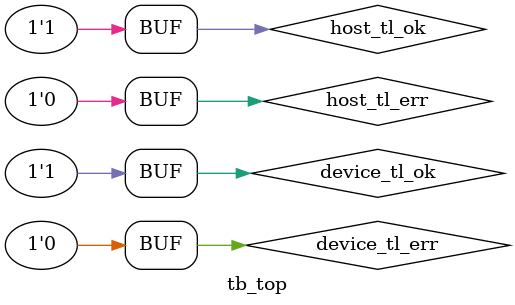
<source format=sv>
`timescale 1ns/1ns

`include "top_define.svh"

module tb_top;

logic                   clk              ;
logic                   rst_n            ;
// output declaration of module sata_link_ctrl
logic   [31     :0]     host_dat_o       ;
logic   [3      :0]     host_datchar_o   ;
logic   [31     :0]     host_dat_i       ;
logic   [3      :0]     host_datchar_i   ;

logic   [31     :0]     device_dat_o     ;
logic   [3      :0]     device_datchar_o ;
logic   [31     :0]     device_dat_i     ;
logic   [3      :0]     device_datchar_i ;

logic                   host_hreset      ;
logic                   host_slumber     ;
logic                   host_partial     ;
logic                   host_nearafelb   ;
logic                   host_farafelb    ;
logic                   host_spdsedl     ;

logic                   device_hreset    ;
logic                   device_slumber   ;
logic                   device_partial   ;
logic                   device_nearafelb ;
logic                   device_farafelb  ;
logic                   device_spdsedl   ;


logic    [31    :0]     s_axis_tdata     ;
logic    [7     :0]     s_axis_tuser     ;
logic                   s_axis_tvalid    ;
logic                   s_axis_tready    ;

logic    [31    :0]     s_dev_axis_tdata     ;
logic    [7     :0]     s_dev_axis_tuser     ;
logic                   s_dev_axis_tvalid    ;
logic                   s_dev_axis_tready    ;

logic    [31    :0]     m_axis_tdata     ;
logic    [7     :0]     m_axis_tuser     ;
logic                   m_axis_tvalid    ;
logic                   m_axis_tready    ;

logic    [31    :0]     m_host_axis_tdata     ;
logic    [7     :0]     m_host_axis_tuser     ;
logic                   m_host_axis_tvalid    ;
logic                   m_host_axis_tready    ;


logic                   host_tl_ok       ;
logic                   host_tl_err      ;

logic                   device_tl_ok     ;
logic                   device_tl_err    ;

assign host_tl_ok   = 1'b1;
assign host_tl_err  = 1'b0;
assign device_tl_ok = 1'b1;
assign device_tl_err = 1'b0;

sata_link_ctrl u_sata_link_ctrl_host(
    .clk              	(clk               ),
    .rst_n            	(rst_n             ),
    .dat_o            	(host_dat_o        ),
    .datchar_o        	(host_datchar_o    ),
    .hreset           	(host_hreset       ),
    .phyrdy           	(1'b1              ),
    .slumber          	(                  ),
    .partial          	(                  ),
    .nearafelb        	(                  ),
    .farafelb         	(                  ),
    .spdsedl          	(                  ),
    .spdmode          	(1'b0              ),
    .device_detect    	(1'b1              ),
    .phy_internal_err 	(1'b0              ),
    .dat_i            	(host_dat_i        ),
    .datchar_i        	(host_datchar_i    ),
    .rxclock          	(1'b0              ),
    .cominit          	(1'b0              ),
    .comwake          	(1'b0              ),
    .comma            	('d0               ),
    .tl_ok            	(host_tl_ok        ),
    .tl_err           	(host_tl_err       ),
    .s_aixs_tdata     	(s_axis_tdata      ),
    .s_aixs_tuser     	(s_axis_tuser      ),
    .s_aixs_tvalid    	(s_axis_tvalid     ),
    .s_aixs_tready    	(s_axis_tready     ),
    .m_aixs_tdata     	(m_host_axis_tdata ),
    .m_aixs_tuser     	(m_host_axis_tuser ),
    .m_aixs_tvalid    	(m_host_axis_tvalid),
    .m_aixs_tready    	(m_host_axis_tready)
);


sata_link_ctrl_dev u_sata_link_ctrl_device(
    .clk              	(clk               ),
    .rst_n            	(rst_n             ),
    .dat_o            	(device_dat_o      ),
    .datchar_o        	(device_datchar_o  ),
    .hreset           	(device_hreset     ),
    .phyrdy           	(1'b1              ),
    .slumber          	(                  ),
    .partial          	(                  ),
    .nearafelb        	(                  ),
    .farafelb         	(                  ),
    .spdsedl          	(                  ),
    .spdmode          	(1'b0              ),
    .device_detect    	(1'b1              ),
    .phy_internal_err 	(1'b0              ),
    .dat_i            	(device_dat_i      ),
    .datchar_i        	(device_datchar_i  ),
    .rxclock          	(1'b0              ),
    .cominit          	(1'b0              ),
    .comwake          	(1'b0              ),
    .comma            	('d0             ),
    .tl_ok            	(device_tl_ok      ),
    .tl_err           	(device_tl_err     ),
    .s_aixs_tdata     	(s_dev_axis_tdata ),
    .s_aixs_tuser     	(s_dev_axis_tuser ),
    .s_aixs_tvalid    	(s_dev_axis_tvalid),
    .s_aixs_tready    	(s_dev_axis_tready),
    .m_aixs_tdata     	(m_axis_tdata      ),
    .m_aixs_tuser     	(m_axis_tuser      ),
    .m_aixs_tvalid    	(m_axis_tvalid     ),
    .m_aixs_tready    	(m_axis_tready     )
);

assign host_dat_i       = device_dat_o    ;
assign host_datchar_i   = device_datchar_o;

assign device_dat_i     = host_dat_o    ;
assign device_datchar_i = host_datchar_o;


`ifdef WAVES
    initial begin
        $fsdbDumpfile("tb_top.fsdb");
        $fsdbDumpvars(0, tb_top,"+all");
    end
`endif

endmodule
</source>
